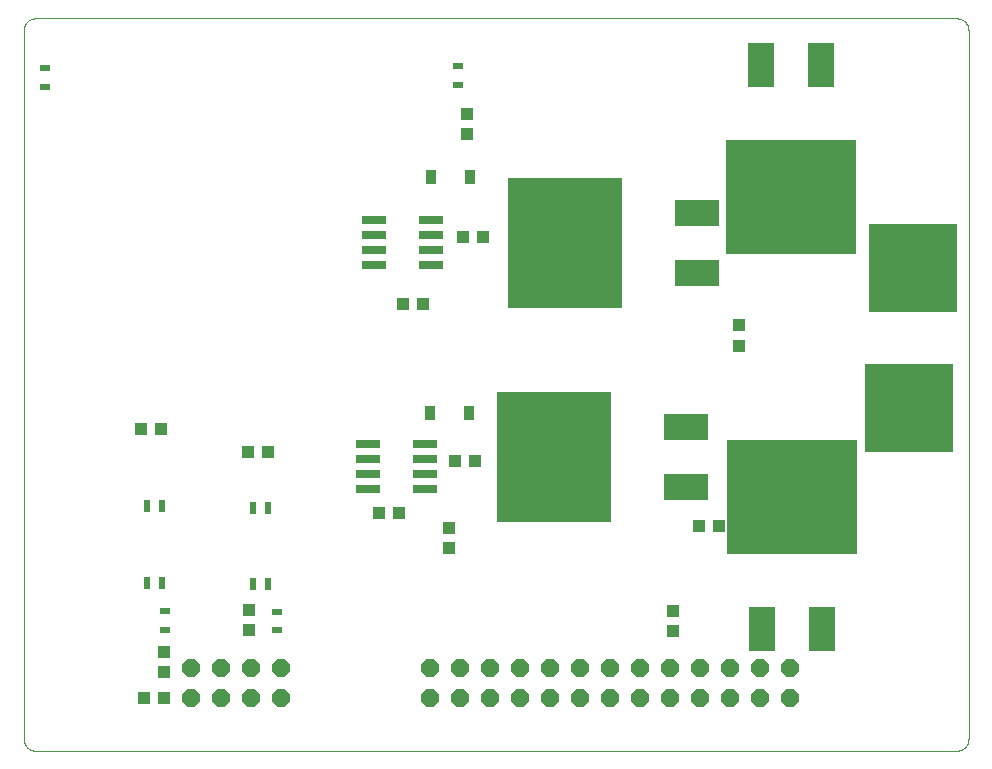
<source format=gts>
G04 EAGLE Gerber RS-274X export*
G75*
%MOMM*%
%FSLAX34Y34*%
%LPD*%
%INSolder Mask top*%
%IPPOS*%
%AMOC8*
5,1,8,0,0,1.08239X$1,22.5*%
G01*
%ADD10C,0.000000*%
%ADD11R,1.100000X1.000000*%
%ADD12P,1.649562X8X202.500000*%
%ADD13R,0.911800X0.511800*%
%ADD14R,1.000000X1.100000*%
%ADD15R,2.000000X0.660000*%
%ADD16R,0.500000X1.000000*%
%ADD17R,0.910000X1.220000*%
%ADD18R,7.500000X7.500000*%
%ADD19R,3.810000X2.320000*%
%ADD20R,9.650000X11.000000*%
%ADD21R,2.320000X3.810000*%
%ADD22R,11.000000X9.650000*%


D10*
X10000Y0D02*
X790000Y0D01*
X790242Y3D01*
X790483Y12D01*
X790724Y26D01*
X790965Y47D01*
X791205Y73D01*
X791445Y105D01*
X791684Y143D01*
X791921Y186D01*
X792158Y236D01*
X792393Y291D01*
X792627Y351D01*
X792859Y418D01*
X793090Y489D01*
X793319Y567D01*
X793546Y650D01*
X793771Y738D01*
X793994Y832D01*
X794214Y931D01*
X794432Y1036D01*
X794647Y1145D01*
X794860Y1260D01*
X795070Y1380D01*
X795276Y1505D01*
X795480Y1635D01*
X795681Y1770D01*
X795878Y1910D01*
X796072Y2054D01*
X796262Y2203D01*
X796448Y2357D01*
X796631Y2515D01*
X796810Y2677D01*
X796985Y2844D01*
X797156Y3015D01*
X797323Y3190D01*
X797485Y3369D01*
X797643Y3552D01*
X797797Y3738D01*
X797946Y3928D01*
X798090Y4122D01*
X798230Y4319D01*
X798365Y4520D01*
X798495Y4724D01*
X798620Y4930D01*
X798740Y5140D01*
X798855Y5353D01*
X798964Y5568D01*
X799069Y5786D01*
X799168Y6006D01*
X799262Y6229D01*
X799350Y6454D01*
X799433Y6681D01*
X799511Y6910D01*
X799582Y7141D01*
X799649Y7373D01*
X799709Y7607D01*
X799764Y7842D01*
X799814Y8079D01*
X799857Y8316D01*
X799895Y8555D01*
X799927Y8795D01*
X799953Y9035D01*
X799974Y9276D01*
X799988Y9517D01*
X799997Y9758D01*
X800000Y10000D01*
X800000Y610000D01*
X799997Y610242D01*
X799988Y610483D01*
X799974Y610724D01*
X799953Y610965D01*
X799927Y611205D01*
X799895Y611445D01*
X799857Y611684D01*
X799814Y611921D01*
X799764Y612158D01*
X799709Y612393D01*
X799649Y612627D01*
X799582Y612859D01*
X799511Y613090D01*
X799433Y613319D01*
X799350Y613546D01*
X799262Y613771D01*
X799168Y613994D01*
X799069Y614214D01*
X798964Y614432D01*
X798855Y614647D01*
X798740Y614860D01*
X798620Y615070D01*
X798495Y615276D01*
X798365Y615480D01*
X798230Y615681D01*
X798090Y615878D01*
X797946Y616072D01*
X797797Y616262D01*
X797643Y616448D01*
X797485Y616631D01*
X797323Y616810D01*
X797156Y616985D01*
X796985Y617156D01*
X796810Y617323D01*
X796631Y617485D01*
X796448Y617643D01*
X796262Y617797D01*
X796072Y617946D01*
X795878Y618090D01*
X795681Y618230D01*
X795480Y618365D01*
X795276Y618495D01*
X795070Y618620D01*
X794860Y618740D01*
X794647Y618855D01*
X794432Y618964D01*
X794214Y619069D01*
X793994Y619168D01*
X793771Y619262D01*
X793546Y619350D01*
X793319Y619433D01*
X793090Y619511D01*
X792859Y619582D01*
X792627Y619649D01*
X792393Y619709D01*
X792158Y619764D01*
X791921Y619814D01*
X791684Y619857D01*
X791445Y619895D01*
X791205Y619927D01*
X790965Y619953D01*
X790724Y619974D01*
X790483Y619988D01*
X790242Y619997D01*
X790000Y620000D01*
X10000Y620000D01*
X9758Y619997D01*
X9517Y619988D01*
X9276Y619974D01*
X9035Y619953D01*
X8795Y619927D01*
X8555Y619895D01*
X8316Y619857D01*
X8079Y619814D01*
X7842Y619764D01*
X7607Y619709D01*
X7373Y619649D01*
X7141Y619582D01*
X6910Y619511D01*
X6681Y619433D01*
X6454Y619350D01*
X6229Y619262D01*
X6006Y619168D01*
X5786Y619069D01*
X5568Y618964D01*
X5353Y618855D01*
X5140Y618740D01*
X4930Y618620D01*
X4724Y618495D01*
X4520Y618365D01*
X4319Y618230D01*
X4122Y618090D01*
X3928Y617946D01*
X3738Y617797D01*
X3552Y617643D01*
X3369Y617485D01*
X3190Y617323D01*
X3015Y617156D01*
X2844Y616985D01*
X2677Y616810D01*
X2515Y616631D01*
X2357Y616448D01*
X2203Y616262D01*
X2054Y616072D01*
X1910Y615878D01*
X1770Y615681D01*
X1635Y615480D01*
X1505Y615276D01*
X1380Y615070D01*
X1260Y614860D01*
X1145Y614647D01*
X1036Y614432D01*
X931Y614214D01*
X832Y613994D01*
X738Y613771D01*
X650Y613546D01*
X567Y613319D01*
X489Y613090D01*
X418Y612859D01*
X351Y612627D01*
X291Y612393D01*
X236Y612158D01*
X186Y611921D01*
X143Y611684D01*
X105Y611445D01*
X73Y611205D01*
X47Y610965D01*
X26Y610724D01*
X12Y610483D01*
X3Y610242D01*
X0Y610000D01*
X0Y10000D01*
X3Y9758D01*
X12Y9517D01*
X26Y9276D01*
X47Y9035D01*
X73Y8795D01*
X105Y8555D01*
X143Y8316D01*
X186Y8079D01*
X236Y7842D01*
X291Y7607D01*
X351Y7373D01*
X418Y7141D01*
X489Y6910D01*
X567Y6681D01*
X650Y6454D01*
X738Y6229D01*
X832Y6006D01*
X931Y5786D01*
X1036Y5568D01*
X1145Y5353D01*
X1260Y5140D01*
X1380Y4930D01*
X1505Y4724D01*
X1635Y4520D01*
X1770Y4319D01*
X1910Y4122D01*
X2054Y3928D01*
X2203Y3738D01*
X2357Y3552D01*
X2515Y3369D01*
X2677Y3190D01*
X2844Y3015D01*
X3015Y2844D01*
X3190Y2677D01*
X3369Y2515D01*
X3552Y2357D01*
X3738Y2203D01*
X3928Y2054D01*
X4122Y1910D01*
X4319Y1770D01*
X4520Y1635D01*
X4724Y1505D01*
X4930Y1380D01*
X5140Y1260D01*
X5353Y1145D01*
X5568Y1036D01*
X5786Y931D01*
X6006Y832D01*
X6229Y738D01*
X6454Y650D01*
X6681Y567D01*
X6910Y489D01*
X7141Y418D01*
X7373Y351D01*
X7607Y291D01*
X7842Y236D01*
X8079Y186D01*
X8316Y143D01*
X8555Y105D01*
X8795Y73D01*
X9035Y47D01*
X9276Y26D01*
X9517Y12D01*
X9758Y3D01*
X10000Y0D01*
D11*
X338400Y378500D03*
X321400Y378500D03*
X300800Y201500D03*
X317800Y201500D03*
D12*
X217500Y44970D03*
X192100Y44970D03*
X166700Y44970D03*
X141300Y44970D03*
X217500Y70370D03*
X192100Y70370D03*
X166700Y70370D03*
X141300Y70370D03*
X648850Y44810D03*
X623450Y44810D03*
X598050Y44810D03*
X572650Y44810D03*
X547250Y44810D03*
X521850Y44810D03*
X496450Y44810D03*
X471050Y44810D03*
X445650Y44810D03*
X420250Y44810D03*
X394850Y44810D03*
X369450Y44810D03*
X344050Y44810D03*
X648850Y70210D03*
X623450Y70210D03*
X598050Y70210D03*
X572650Y70210D03*
X547250Y70210D03*
X521850Y70210D03*
X496450Y70210D03*
X471050Y70210D03*
X445650Y70210D03*
X420250Y70210D03*
X394850Y70210D03*
X369450Y70210D03*
X344050Y70210D03*
D13*
X368000Y579300D03*
X368000Y563300D03*
X18000Y577900D03*
X18000Y561900D03*
D14*
X118900Y45000D03*
X101900Y45000D03*
X371600Y435000D03*
X388600Y435000D03*
D11*
X605970Y360030D03*
X605970Y343030D03*
X190690Y102260D03*
X190690Y119260D03*
X375000Y539200D03*
X375000Y522200D03*
D14*
X116460Y272560D03*
X99460Y272560D03*
X206940Y252670D03*
X189940Y252670D03*
D15*
X291950Y259250D03*
X291950Y246550D03*
X291950Y233850D03*
X291950Y221150D03*
X340050Y221150D03*
X340050Y233850D03*
X340050Y246550D03*
X340050Y259250D03*
D16*
X194550Y140810D03*
X207250Y140810D03*
X207250Y205610D03*
X194550Y205610D03*
X104550Y142300D03*
X117250Y142300D03*
X117250Y207100D03*
X104550Y207100D03*
D17*
X377775Y485800D03*
X345025Y485800D03*
X376975Y285800D03*
X344225Y285800D03*
D15*
X296850Y449250D03*
X296850Y436550D03*
X296850Y423850D03*
X296850Y411150D03*
X344950Y411150D03*
X344950Y423850D03*
X344950Y436550D03*
X344950Y449250D03*
D18*
X752880Y408300D03*
D11*
X118930Y66930D03*
X118930Y83930D03*
D13*
X120000Y118000D03*
X120000Y102000D03*
X214640Y117840D03*
X214640Y101840D03*
D19*
X570450Y404600D03*
X570450Y455400D03*
D20*
X458750Y430000D03*
D21*
X675400Y580450D03*
X624600Y580450D03*
D22*
X650000Y468750D03*
D14*
X365020Y245140D03*
X382020Y245140D03*
X588500Y190000D03*
X571500Y190000D03*
D11*
X550000Y101500D03*
X550000Y118500D03*
X360000Y188500D03*
X360000Y171500D03*
D18*
X750000Y290000D03*
D19*
X561080Y223410D03*
X561080Y274210D03*
D20*
X449380Y248810D03*
D21*
X625370Y103400D03*
X676170Y103400D03*
D22*
X650770Y215100D03*
M02*

</source>
